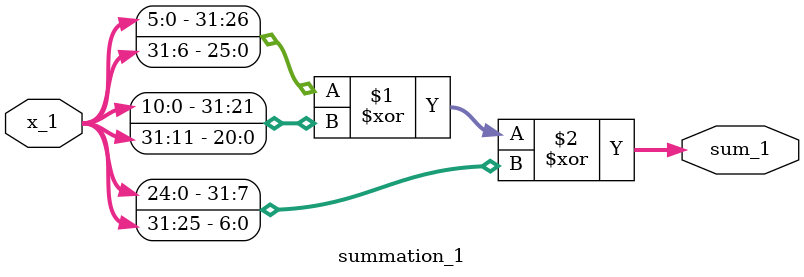
<source format=v>
`default_nettype none
module summation_1 
				(
					x_1,
					sum_1				
				);

input	[31:0] 	x_1;
output	[31:0]	sum_1;
				
assign sum_1 = ( { x_1[5:0] , x_1[31:6] } ^ { x_1[10:0] , x_1[31:11] } ^ { x_1[24:0] , x_1[31:25] } );


endmodule

</source>
